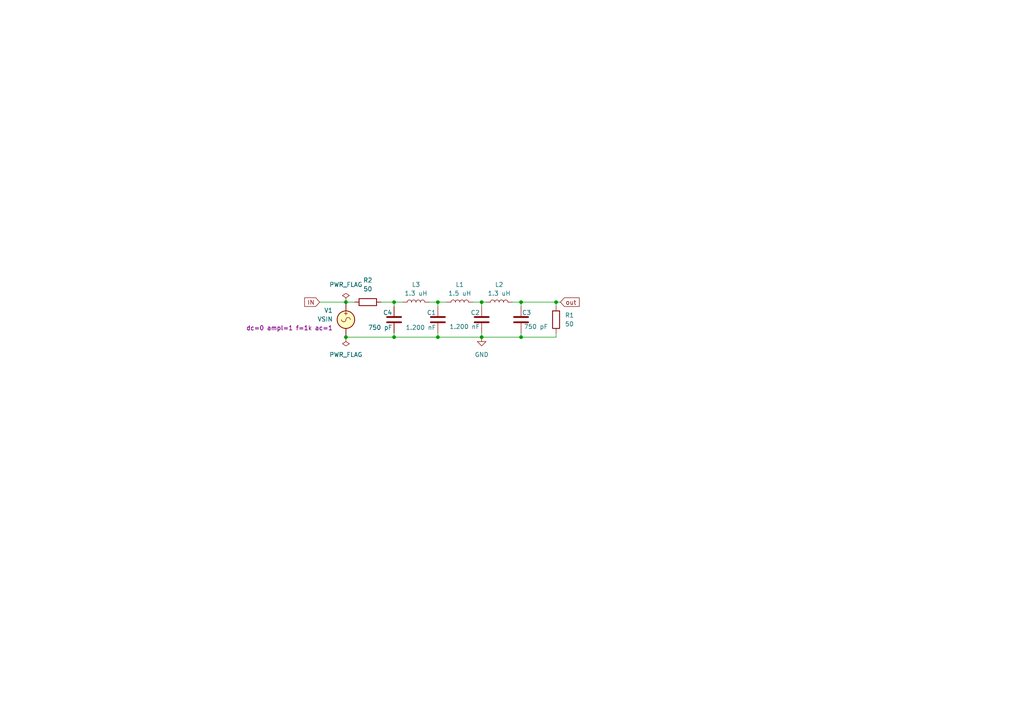
<source format=kicad_sch>
(kicad_sch (version 20231120) (generator "eeschema") (generator_version "8.0")
  (paper "A4")
  (lib_symbols
    (symbol "Device:C" (pin_numbers hide) (pin_names (offset 0.254))
      (property "Reference" "C" (at 0.635 2.54 0))
      (property "Value" "C" (at 0.635 -2.54 0))
      (symbol "C_0_1"
        (polyline (pts (xy -2.032 -0.762) (xy 2.032 -0.762)) (stroke (width 0.508)))
        (polyline (pts (xy -2.032 0.762) (xy 2.032 0.762)) (stroke (width 0.508)))
      )
      (symbol "C_1_1"
        (pin passive line (at 0 3.81 270) (length 2.794) (name "~") (number "1"))
        (pin passive line (at 0 -3.81 90) (length 2.794) (name "~") (number "2"))
      )
    )
    (symbol "Device:L" (pin_numbers hide) (pin_names (offset 1.016) hide)
      (property "Reference" "L" (at -1.27 0 90))
      (property "Value" "L" (at 1.905 0 90))
      (symbol "L_0_1"
        (arc (start 0 -2.54) (mid 0.6323 -1.905) (end 0 -1.27))
        (arc (start 0 -1.27) (mid 0.6323 -0.635) (end 0 0))
        (arc (start 0 0) (mid 0.6323 0.635) (end 0 1.27))
        (arc (start 0 1.27) (mid 0.6323 1.905) (end 0 2.54))
      )
      (symbol "L_1_1"
        (pin passive line (at 0 3.81 270) (length 1.27) (name "1") (number "1"))
        (pin passive line (at 0 -3.81 90) (length 1.27) (name "2") (number "2"))
      )
    )
    (symbol "Device:R" (pin_numbers hide) (pin_names (offset 0))
      (property "Reference" "R" (at 2.032 0 90))
      (property "Value" "R" (at 0 0 90))
      (symbol "R_0_1"
        (rectangle (start -1.016 -2.54) (end 1.016 2.54) (stroke (width 0.254)))
      )
      (symbol "R_1_1"
        (pin passive line (at 0 3.81 270) (length 1.27) (name "~") (number "1"))
        (pin passive line (at 0 -3.81 90) (length 1.27) (name "~") (number "2"))
      )
    )
    (symbol "Simulation_SPICE:VSIN" (pin_numbers hide) (pin_names (offset 0.0254))
      (property "Reference" "V" (at 2.54 2.54 0))
      (property "Value" "VSIN" (at 2.54 0 0))
      (property "Sim.Params" "dc=0 ampl=1 f=1k ac=1" (at 2.54 -2.54 0))
      (symbol "VSIN_0_0"
        (arc (start 0 0) (mid -0.635 0.6323) (end -1.27 0))
        (arc (start 0 0) (mid 0.635 -0.6323) (end 1.27 0))
        (text "+" (at 0 1.905 0) (effects (font (size 1.27 1.27))))
      )
      (symbol "VSIN_0_1"
        (circle (center 0 0) (radius 2.54) (stroke (width 0.254)) (fill (type background)))
      )
      (symbol "VSIN_1_1"
        (pin passive line (at 0 5.08 270) (length 2.54) (name "~") (number "1"))
        (pin passive line (at 0 -5.08 90) (length 2.54) (name "~") (number "2"))
      )
    )
    (symbol "power:GND" (power) (pin_names (offset 0))
      (property "Value" "GND" (at 0 -3.81 0))
      (symbol "GND_0_1"
        (polyline (pts (xy 0 0) (xy 0 -1.27) (xy 1.27 -1.27) (xy 0 -2.54) (xy -1.27 -1.27) (xy 0 -1.27)))
      )
      (symbol "GND_1_1"
        (pin power_in line (at 0 0 270) (length 0) hide (name "GND") (number "1"))
      )
    )
    (symbol "power:PWR_FLAG" (power) (pin_numbers hide) (pin_names (offset 0) hide)
      (property "Value" "PWR_FLAG" (at 0 3.81 0))
      (symbol "PWR_FLAG_0_0"
        (pin power_out line (at 0 0 90) (length 0) (name "pwr") (number "1"))
      )
      (symbol "PWR_FLAG_0_1"
        (polyline (pts (xy 0 0) (xy 0 1.27) (xy -1.016 1.905) (xy 0 2.54) (xy 1.016 1.905) (xy 0 1.27)))
      )
    )
  )
  (junction (at 161.29 87.63))
  (junction (at 151.13 87.63))
  (junction (at 151.13 97.79))
  (junction (at 139.7 97.79))
  (junction (at 100.33 97.79))
  (junction (at 127 87.63))
  (junction (at 114.3 87.63))
  (junction (at 114.3 97.79))
  (junction (at 127 97.79))
  (junction (at 100.33 87.63))
  (junction (at 139.7 87.63))
  (wire (pts (xy 139.7 97.79) (xy 139.7 96.52)))
  (wire (pts (xy 110.49 87.63) (xy 114.3 87.63)))
  (wire (pts (xy 151.13 87.63) (xy 161.29 87.63)))
  (wire (pts (xy 92.71 87.63) (xy 100.33 87.63)))
  (wire (pts (xy 161.29 87.63) (xy 162.56 87.63)))
  (wire (pts (xy 127 97.79) (xy 139.7 97.79)))
  (wire (pts (xy 114.3 87.63) (xy 114.3 88.9)))
  (wire (pts (xy 139.7 97.79) (xy 151.13 97.79)))
  (wire (pts (xy 100.33 97.79) (xy 114.3 97.79)))
  (wire (pts (xy 127 87.63) (xy 129.54 87.63)))
  (wire (pts (xy 127 88.9) (xy 127 87.63)))
  (wire (pts (xy 114.3 87.63) (xy 116.84 87.63)))
  (wire (pts (xy 100.33 87.63) (xy 102.87 87.63)))
  (wire (pts (xy 139.7 87.63) (xy 140.97 87.63)))
  (wire (pts (xy 148.59 87.63) (xy 151.13 87.63)))
  (wire (pts (xy 139.7 88.9) (xy 139.7 87.63)))
  (wire (pts (xy 151.13 97.79) (xy 151.13 96.52)))
  (wire (pts (xy 161.29 97.79) (xy 161.29 96.52)))
  (wire (pts (xy 114.3 97.79) (xy 127 97.79)))
  (wire (pts (xy 151.13 88.9) (xy 151.13 87.63)))
  (wire (pts (xy 161.29 87.63) (xy 161.29 88.9)))
  (wire (pts (xy 137.16 87.63) (xy 139.7 87.63)))
  (wire (pts (xy 127 97.79) (xy 127 96.52)))
  (wire (pts (xy 114.3 96.52) (xy 114.3 97.79)))
  (wire (pts (xy 124.46 87.63) (xy 127 87.63)))
  (wire (pts (xy 151.13 97.79) (xy 161.29 97.79)))
  (global_label "out" (shape input) (at 162.56 87.63 0) (property "Intersheetrefs" "${INTERSHEET_REFS}" (effects (hide yes))))
  (global_label "IN" (shape input) (at 92.71 87.63 180) (property "Intersheetrefs" "${INTERSHEET_REFS}" (effects (hide yes))))
  (symbol (lib_id "Device:C") (at 114.3 92.71 0) (mirror y) (unit 1)
    (property "Reference" "C4" (at 113.792 90.678 0) (effects (justify left)))
    (property "Value" "750 pF" (at 113.792 94.996 0) (effects (justify left)))
  )
  (symbol (lib_id "power:GND") (at 139.7 97.79 0) (unit 1)
    (property "Reference" "#PWR01" (effects (hide yes)))
    (property "Value" "GND" (at 139.7 102.87 0))
  )
  (symbol (lib_id "Device:L") (at 144.78 87.63 90) (unit 1)
    (property "Reference" "L2" (at 144.78 82.55 90))
    (property "Value" "1.3 uH" (at 144.78 85.09 90))
  )
  (symbol (lib_id "Simulation_SPICE:VSIN") (at 100.33 92.71 0) (mirror y) (unit 1)
    (property "Reference" "V1" (at 96.52 90.0402 0) (effects (justify left)))
    (property "Value" "VSIN" (at 96.52 92.5802 0) (effects (justify left)))
    (property "Sim.Pins" "1=+ 2=-" (effects (hide yes)))
    (property "Sim.Params" "dc=0 ampl=1 f=1k ac=1" (at 96.52 95.1202 0) (effects (justify left)))
    (property "Sim.Type" "SIN" (effects (hide yes)))
    (property "Sim.Device" "V" (effects (hide yes)))
  )
  (symbol (lib_id "power:PWR_FLAG") (at 100.33 97.79 0) (mirror x) (unit 1)
    (property "Reference" "#FLG02" (effects (hide yes)))
    (property "Value" "PWR_FLAG" (at 100.33 102.87 0))
    (property "Sim.Device" "SPICE" (effects (hide yes)))
  )
  (symbol (lib_id "Device:C") (at 151.13 92.71 0) (unit 1)
    (property "Reference" "C3" (at 151.384 90.678 0) (effects (justify left)))
    (property "Value" "750 pF" (at 151.892 94.742 0) (effects (justify left)))
  )
  (symbol (lib_id "Device:R") (at 161.29 92.71 0) (unit 1)
    (property "Reference" "R1" (at 163.83 91.44 0) (effects (justify left)))
    (property "Value" "50" (at 163.83 93.98 0) (effects (justify left)))
  )
  (symbol (lib_id "power:PWR_FLAG") (at 100.33 87.63 0) (unit 1)
    (property "Reference" "#FLG01" (effects (hide yes)))
    (property "Value" "PWR_FLAG" (at 100.33 82.55 0))
    (property "Sim.Device" "SPICE" (effects (hide yes)))
  )
  (symbol (lib_id "Device:L") (at 120.65 87.63 90) (unit 1)
    (property "Reference" "L3" (at 120.65 82.55 90))
    (property "Value" "1.3 uH" (at 120.65 85.09 90))
  )
  (symbol (lib_id "Device:C") (at 127 92.71 0) (mirror y) (unit 1)
    (property "Reference" "C1" (at 126.492 90.678 0) (effects (justify left)))
    (property "Value" "1.200 nF" (at 126.492 94.996 0) (effects (justify left)))
  )
  (symbol (lib_id "Device:R") (at 106.68 87.63 90) (unit 1)
    (property "Reference" "R2" (at 106.68 81.28 90))
    (property "Value" "50" (at 106.68 83.82 90))
  )
  (symbol (lib_id "Device:C") (at 139.7 92.71 0) (mirror y) (unit 1)
    (property "Reference" "C2" (at 139.192 90.678 0) (effects (justify left)))
    (property "Value" "1.200 nF" (at 139.192 94.742 0) (effects (justify left)))
  )
  (symbol (lib_id "Device:L") (at 133.35 87.63 90) (unit 1)
    (property "Reference" "L1" (at 133.35 82.55 90))
    (property "Value" "1.5 uH" (at 133.35 85.09 90))
  )
)
</source>
